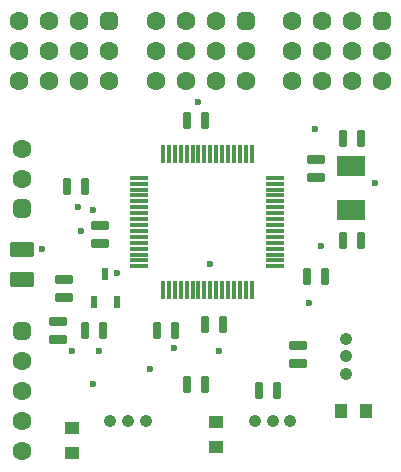
<source format=gts>
G04 Generated by Ultiboard 14.1 *
%FSLAX24Y24*%
%MOIN*%

%ADD10C,0.0001*%
%ADD11C,0.0236*%
%ADD12R,0.0108X0.0417*%
%ADD13C,0.0167*%
%ADD14R,0.0417X0.0108*%
%ADD15R,0.0945X0.0669*%
%ADD16C,0.0416*%
%ADD17R,0.0472X0.0433*%
%ADD18R,0.0236X0.0394*%
%ADD19C,0.0633*%
%ADD20R,0.0208X0.0208*%
%ADD21C,0.0392*%
%ADD22R,0.0617X0.0308*%
%ADD23R,0.0433X0.0472*%
%ADD24R,0.0118X0.0610*%
%ADD25R,0.0610X0.0118*%


G04 ColorRGB FF00CC for the following layer *
%LNSolder Mask Top*%
%LPD*%
G54D10*
G54D11*
X10400Y11500D03*
X12400Y9700D03*
X10600Y7600D03*
X10200Y5700D03*
X7200Y4100D03*
X4900Y3500D03*
X5700Y4200D03*
X6900Y7000D03*
X2300Y4100D03*
X3200Y4100D03*
X1300Y7500D03*
X3000Y8800D03*
X2600Y8100D03*
X3000Y3000D03*
X2500Y8900D03*
X6500Y12400D03*
X3800Y6700D03*
G54D12*
X6100Y3000D03*
X6700Y3000D03*
X6100Y11800D03*
X6700Y11800D03*
X11300Y7800D03*
X11900Y7800D03*
X10100Y6600D03*
X10700Y6600D03*
X8500Y2800D03*
X9100Y2800D03*
X5100Y4800D03*
X5700Y4800D03*
X7300Y5000D03*
X6700Y5000D03*
X3300Y4800D03*
X2700Y4800D03*
X11300Y11200D03*
X11900Y11200D03*
X2100Y9600D03*
X2700Y9600D03*
G54D13*
X6046Y2792D02*
X6154Y2792D01*
X6154Y3208D01*
X6046Y3208D01*
X6046Y2792D01*D02*
X6646Y2792D02*
X6754Y2792D01*
X6754Y3208D01*
X6646Y3208D01*
X6646Y2792D01*D02*
X10192Y9846D02*
X10608Y9846D01*
X10608Y9954D01*
X10192Y9954D01*
X10192Y9846D01*D02*
X10192Y10446D02*
X10608Y10446D01*
X10608Y10554D01*
X10192Y10554D01*
X10192Y10446D01*D02*
X6046Y11592D02*
X6154Y11592D01*
X6154Y12008D01*
X6046Y12008D01*
X6046Y11592D01*D02*
X6646Y11592D02*
X6754Y11592D01*
X6754Y12008D01*
X6646Y12008D01*
X6646Y11592D01*D02*
X11246Y7592D02*
X11354Y7592D01*
X11354Y8008D01*
X11246Y8008D01*
X11246Y7592D01*D02*
X11846Y7592D02*
X11954Y7592D01*
X11954Y8008D01*
X11846Y8008D01*
X11846Y7592D01*D02*
X10046Y6392D02*
X10154Y6392D01*
X10154Y6808D01*
X10046Y6808D01*
X10046Y6392D01*D02*
X10646Y6392D02*
X10754Y6392D01*
X10754Y6808D01*
X10646Y6808D01*
X10646Y6392D01*D02*
X8446Y2592D02*
X8554Y2592D01*
X8554Y3008D01*
X8446Y3008D01*
X8446Y2592D01*D02*
X9046Y2592D02*
X9154Y2592D01*
X9154Y3008D01*
X9046Y3008D01*
X9046Y2592D01*D02*
X5046Y4592D02*
X5154Y4592D01*
X5154Y5008D01*
X5046Y5008D01*
X5046Y4592D01*D02*
X5646Y4592D02*
X5754Y4592D01*
X5754Y5008D01*
X5646Y5008D01*
X5646Y4592D01*D02*
X2992Y7646D02*
X3408Y7646D01*
X3408Y7754D01*
X2992Y7754D01*
X2992Y7646D01*D02*
X2992Y8246D02*
X3408Y8246D01*
X3408Y8354D01*
X2992Y8354D01*
X2992Y8246D01*D02*
X9592Y3646D02*
X10008Y3646D01*
X10008Y3754D01*
X9592Y3754D01*
X9592Y3646D01*D02*
X9592Y4246D02*
X10008Y4246D01*
X10008Y4354D01*
X9592Y4354D01*
X9592Y4246D01*D02*
X7246Y4792D02*
X7354Y4792D01*
X7354Y5208D01*
X7246Y5208D01*
X7246Y4792D01*D02*
X6646Y4792D02*
X6754Y4792D01*
X6754Y5208D01*
X6646Y5208D01*
X6646Y4792D01*D02*
X1592Y4446D02*
X2008Y4446D01*
X2008Y4554D01*
X1592Y4554D01*
X1592Y4446D01*D02*
X1592Y5046D02*
X2008Y5046D01*
X2008Y5154D01*
X1592Y5154D01*
X1592Y5046D01*D02*
X3246Y4592D02*
X3354Y4592D01*
X3354Y5008D01*
X3246Y5008D01*
X3246Y4592D01*D02*
X2646Y4592D02*
X2754Y4592D01*
X2754Y5008D01*
X2646Y5008D01*
X2646Y4592D01*D02*
X1792Y6446D02*
X2208Y6446D01*
X2208Y6554D01*
X1792Y6554D01*
X1792Y6446D01*D02*
X1792Y5846D02*
X2208Y5846D01*
X2208Y5954D01*
X1792Y5954D01*
X1792Y5846D01*D02*
X11246Y10992D02*
X11354Y10992D01*
X11354Y11408D01*
X11246Y11408D01*
X11246Y10992D01*D02*
X11846Y10992D02*
X11954Y10992D01*
X11954Y11408D01*
X11846Y11408D01*
X11846Y10992D01*D02*
X292Y6346D02*
X908Y6346D01*
X908Y6654D01*
X292Y6654D01*
X292Y6346D01*D02*
X292Y7346D02*
X908Y7346D01*
X908Y7654D01*
X292Y7654D01*
X292Y7346D01*D02*
X2046Y9392D02*
X2154Y9392D01*
X2154Y9808D01*
X2046Y9808D01*
X2046Y9392D01*D02*
X2646Y9392D02*
X2754Y9392D01*
X2754Y9808D01*
X2646Y9808D01*
X2646Y9392D01*D02*
G54D14*
X10400Y9900D03*
X10400Y10500D03*
X3200Y7700D03*
X3200Y8300D03*
X9800Y3700D03*
X9800Y4300D03*
X1800Y4500D03*
X1800Y5100D03*
X2000Y6500D03*
X2000Y5900D03*
G54D15*
X11600Y10257D03*
X11600Y8800D03*
G54D16*
X8389Y1769D03*
X9571Y1769D03*
X8980Y1769D03*
X3559Y1769D03*
X4741Y1769D03*
X4150Y1769D03*
X11411Y3329D03*
X11411Y4511D03*
X11411Y3920D03*
G54D17*
X2274Y700D03*
X2274Y1527D03*
X7100Y900D03*
X7100Y1727D03*
G54D18*
X3026Y5747D03*
X3774Y5747D03*
X3400Y6653D03*
G54D19*
X620Y3760D03*
X620Y2760D03*
X620Y760D03*
X620Y1760D03*
X620Y9850D03*
X620Y10850D03*
X10630Y14113D03*
X12630Y14113D03*
X11630Y14113D03*
X9630Y14113D03*
X10630Y15113D03*
X11630Y15113D03*
X9630Y15113D03*
X12630Y13113D03*
X11630Y13113D03*
X10630Y13113D03*
X9630Y13113D03*
X6080Y14113D03*
X8080Y14113D03*
X7080Y14113D03*
X5080Y14113D03*
X6080Y15113D03*
X7080Y15113D03*
X5080Y15113D03*
X8080Y13113D03*
X7080Y13113D03*
X6080Y13113D03*
X5080Y13113D03*
X1530Y14113D03*
X3530Y14113D03*
X2530Y14113D03*
X530Y14113D03*
X1530Y15113D03*
X2530Y15113D03*
X530Y15113D03*
X3530Y13113D03*
X2530Y13113D03*
X1530Y13113D03*
X530Y13113D03*
G54D20*
X620Y4760D03*
X620Y8850D03*
X12630Y15113D03*
X8080Y15113D03*
X3530Y15113D03*
G54D21*
X516Y4656D02*
X724Y4656D01*
X724Y4864D01*
X516Y4864D01*
X516Y4656D01*D02*
X516Y8746D02*
X724Y8746D01*
X724Y8954D01*
X516Y8954D01*
X516Y8746D01*D02*
X12526Y15009D02*
X12734Y15009D01*
X12734Y15217D01*
X12526Y15217D01*
X12526Y15009D01*D02*
X7976Y15009D02*
X8184Y15009D01*
X8184Y15217D01*
X7976Y15217D01*
X7976Y15009D01*D02*
X3426Y15009D02*
X3634Y15009D01*
X3634Y15217D01*
X3426Y15217D01*
X3426Y15009D01*D02*
G54D22*
X600Y6500D03*
X600Y7500D03*
G54D23*
X11273Y2100D03*
X12100Y2100D03*
G54D24*
X5324Y6136D03*
X5520Y6136D03*
X5717Y6136D03*
X5914Y6136D03*
X6111Y6136D03*
X6308Y6136D03*
X6505Y6136D03*
X6702Y6136D03*
X6898Y6136D03*
X7095Y6136D03*
X7292Y6136D03*
X7489Y6136D03*
X7686Y6136D03*
X7883Y6136D03*
X8080Y6136D03*
X8276Y6136D03*
X5717Y10664D03*
X5520Y10664D03*
X5324Y10664D03*
X5914Y10664D03*
X6505Y10664D03*
X6308Y10664D03*
X6111Y10664D03*
X6702Y10664D03*
X7292Y10664D03*
X7095Y10664D03*
X6898Y10664D03*
X7489Y10664D03*
X8080Y10664D03*
X7883Y10664D03*
X7686Y10664D03*
X8276Y10664D03*
G54D25*
X4536Y7317D03*
X4536Y7120D03*
X4536Y6924D03*
X9064Y6924D03*
X9064Y7120D03*
X9064Y7317D03*
X4536Y7514D03*
X4536Y8105D03*
X4536Y7908D03*
X4536Y7711D03*
X9064Y7514D03*
X9064Y7711D03*
X9064Y7908D03*
X9064Y8105D03*
X4536Y8302D03*
X4536Y8892D03*
X4536Y8695D03*
X4536Y8498D03*
X9064Y8302D03*
X9064Y8498D03*
X9064Y8695D03*
X9064Y8892D03*
X4536Y9089D03*
X4536Y9680D03*
X4536Y9483D03*
X4536Y9286D03*
X9064Y9089D03*
X9064Y9286D03*
X9064Y9483D03*
X9064Y9680D03*
X4536Y9876D03*
X9064Y9876D03*

M02*

</source>
